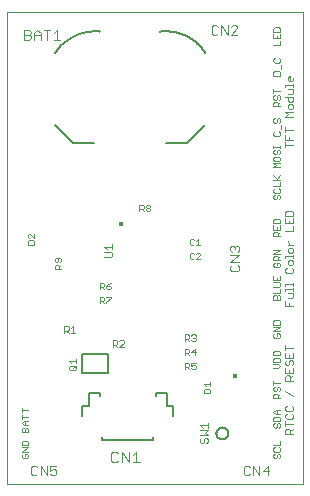
<source format=gto>
G75*
%MOIN*%
%OFA0B0*%
%FSLAX25Y25*%
%IPPOS*%
%LPD*%
%AMOC8*
5,1,8,0,0,1.08239X$1,22.5*
%
%ADD10C,0.00000*%
%ADD11C,0.00200*%
%ADD12C,0.00500*%
%ADD13C,0.00300*%
%ADD14C,0.00400*%
%ADD15R,0.01575X0.01575*%
D10*
X0037739Y0009674D02*
X0037739Y0167154D01*
X0136164Y0167154D01*
X0136164Y0009674D01*
X0037739Y0009674D01*
D11*
X0042922Y0018322D02*
X0044365Y0018322D01*
X0044725Y0018683D01*
X0044725Y0019404D01*
X0044365Y0019765D01*
X0043643Y0019765D01*
X0043643Y0019044D01*
X0042922Y0019765D02*
X0042561Y0019404D01*
X0042561Y0018683D01*
X0042922Y0018322D01*
X0042561Y0020497D02*
X0044725Y0021940D01*
X0042561Y0021940D01*
X0042561Y0022673D02*
X0042561Y0023755D01*
X0042922Y0024115D01*
X0044365Y0024115D01*
X0044725Y0023755D01*
X0044725Y0022673D01*
X0042561Y0022673D01*
X0042561Y0020497D02*
X0044725Y0020497D01*
X0044725Y0027077D02*
X0042561Y0027077D01*
X0042561Y0028159D01*
X0042922Y0028520D01*
X0043282Y0028520D01*
X0043643Y0028159D01*
X0043643Y0027077D01*
X0044725Y0027077D02*
X0044725Y0028159D01*
X0044365Y0028520D01*
X0044004Y0028520D01*
X0043643Y0028159D01*
X0043643Y0029252D02*
X0043643Y0030695D01*
X0043282Y0030695D02*
X0044725Y0030695D01*
X0043282Y0030695D02*
X0042561Y0029974D01*
X0043282Y0029252D01*
X0044725Y0029252D01*
X0042561Y0031428D02*
X0042561Y0032870D01*
X0042561Y0032149D02*
X0044725Y0032149D01*
X0044725Y0034324D02*
X0042561Y0034324D01*
X0042561Y0033603D02*
X0042561Y0035045D01*
X0058309Y0048117D02*
X0058309Y0048838D01*
X0058670Y0049199D01*
X0060113Y0049199D01*
X0060473Y0048838D01*
X0060473Y0048117D01*
X0060113Y0047756D01*
X0058670Y0047756D01*
X0058309Y0048117D01*
X0059752Y0048478D02*
X0060473Y0049199D01*
X0060473Y0049931D02*
X0060473Y0051374D01*
X0060473Y0050653D02*
X0058309Y0050653D01*
X0059031Y0049931D01*
X0058892Y0060168D02*
X0060335Y0060168D01*
X0059613Y0060168D02*
X0059613Y0062332D01*
X0058892Y0061610D01*
X0058159Y0061250D02*
X0058159Y0061971D01*
X0057799Y0062332D01*
X0056717Y0062332D01*
X0056717Y0060168D01*
X0056717Y0060889D02*
X0057799Y0060889D01*
X0058159Y0061250D01*
X0057438Y0060889D02*
X0058159Y0060168D01*
X0068528Y0070010D02*
X0068528Y0072174D01*
X0069610Y0072174D01*
X0069970Y0071814D01*
X0069970Y0071092D01*
X0069610Y0070732D01*
X0068528Y0070732D01*
X0069249Y0070732D02*
X0069970Y0070010D01*
X0070703Y0070010D02*
X0070703Y0070371D01*
X0072146Y0071814D01*
X0072146Y0072174D01*
X0070703Y0072174D01*
X0071064Y0074735D02*
X0071785Y0074735D01*
X0072146Y0075095D01*
X0072146Y0075456D01*
X0071785Y0075817D01*
X0070703Y0075817D01*
X0070703Y0075095D01*
X0071064Y0074735D01*
X0069970Y0074735D02*
X0069249Y0075456D01*
X0069610Y0075456D02*
X0068528Y0075456D01*
X0068528Y0074735D02*
X0068528Y0076899D01*
X0069610Y0076899D01*
X0069970Y0076538D01*
X0069970Y0075817D01*
X0069610Y0075456D01*
X0070703Y0075817D02*
X0071424Y0076538D01*
X0072146Y0076899D01*
X0072244Y0085345D02*
X0070076Y0085345D01*
X0070076Y0087080D02*
X0072244Y0087080D01*
X0072678Y0086647D01*
X0072678Y0085779D01*
X0072244Y0085345D01*
X0072678Y0087924D02*
X0072678Y0089658D01*
X0072678Y0088791D02*
X0070076Y0088791D01*
X0070943Y0087924D01*
X0081726Y0100719D02*
X0081726Y0102883D01*
X0082808Y0102883D01*
X0083169Y0102522D01*
X0083169Y0101801D01*
X0082808Y0101440D01*
X0081726Y0101440D01*
X0082448Y0101440D02*
X0083169Y0100719D01*
X0083902Y0101080D02*
X0083902Y0101440D01*
X0084262Y0101801D01*
X0084984Y0101801D01*
X0085344Y0101440D01*
X0085344Y0101080D01*
X0084984Y0100719D01*
X0084262Y0100719D01*
X0083902Y0101080D01*
X0084262Y0101801D02*
X0083902Y0102162D01*
X0083902Y0102522D01*
X0084262Y0102883D01*
X0084984Y0102883D01*
X0085344Y0102522D01*
X0085344Y0102162D01*
X0084984Y0101801D01*
X0098468Y0091105D02*
X0098468Y0089662D01*
X0098829Y0089302D01*
X0099551Y0089302D01*
X0099911Y0089662D01*
X0100644Y0089302D02*
X0102086Y0089302D01*
X0101365Y0089302D02*
X0101365Y0091466D01*
X0100644Y0090744D01*
X0099911Y0091105D02*
X0099551Y0091466D01*
X0098829Y0091466D01*
X0098468Y0091105D01*
X0098829Y0086741D02*
X0098468Y0086381D01*
X0098468Y0084938D01*
X0098829Y0084577D01*
X0099551Y0084577D01*
X0099911Y0084938D01*
X0100644Y0084577D02*
X0102086Y0086020D01*
X0102086Y0086381D01*
X0101726Y0086741D01*
X0101004Y0086741D01*
X0100644Y0086381D01*
X0099911Y0086381D02*
X0099551Y0086741D01*
X0098829Y0086741D01*
X0100644Y0084577D02*
X0102086Y0084577D01*
X0100131Y0059576D02*
X0100492Y0059215D01*
X0100492Y0058855D01*
X0100131Y0058494D01*
X0100492Y0058133D01*
X0100492Y0057772D01*
X0100131Y0057412D01*
X0099410Y0057412D01*
X0099049Y0057772D01*
X0098317Y0057412D02*
X0097596Y0058133D01*
X0097956Y0058133D02*
X0096874Y0058133D01*
X0096874Y0057412D02*
X0096874Y0059576D01*
X0097956Y0059576D01*
X0098317Y0059215D01*
X0098317Y0058494D01*
X0097956Y0058133D01*
X0099049Y0059215D02*
X0099410Y0059576D01*
X0100131Y0059576D01*
X0100131Y0058494D02*
X0099771Y0058494D01*
X0100131Y0054851D02*
X0099049Y0053769D01*
X0100492Y0053769D01*
X0100131Y0052687D02*
X0100131Y0054851D01*
X0098317Y0054491D02*
X0098317Y0053769D01*
X0097956Y0053409D01*
X0096874Y0053409D01*
X0097596Y0053409D02*
X0098317Y0052687D01*
X0096874Y0052687D02*
X0096874Y0054851D01*
X0097956Y0054851D01*
X0098317Y0054491D01*
X0097956Y0050127D02*
X0096874Y0050127D01*
X0096874Y0047963D01*
X0096874Y0048684D02*
X0097956Y0048684D01*
X0098317Y0049045D01*
X0098317Y0049766D01*
X0097956Y0050127D01*
X0099049Y0050127D02*
X0099049Y0049045D01*
X0099771Y0049406D01*
X0100131Y0049406D01*
X0100492Y0049045D01*
X0100492Y0048324D01*
X0100131Y0047963D01*
X0099410Y0047963D01*
X0099049Y0048324D01*
X0098317Y0047963D02*
X0097596Y0048684D01*
X0099049Y0050127D02*
X0100492Y0050127D01*
X0103191Y0042985D02*
X0105355Y0042985D01*
X0105355Y0042264D02*
X0105355Y0043707D01*
X0103912Y0042264D02*
X0103191Y0042985D01*
X0103552Y0041532D02*
X0103191Y0041171D01*
X0103191Y0040089D01*
X0105355Y0040089D01*
X0105355Y0041171D01*
X0104994Y0041532D01*
X0103552Y0041532D01*
X0126419Y0041658D02*
X0126419Y0040937D01*
X0126780Y0040576D01*
X0127141Y0040576D01*
X0127501Y0040937D01*
X0127501Y0041658D01*
X0127862Y0042019D01*
X0128223Y0042019D01*
X0128583Y0041658D01*
X0128583Y0040937D01*
X0128223Y0040576D01*
X0128583Y0039844D02*
X0127862Y0039123D01*
X0127862Y0039483D02*
X0127862Y0038401D01*
X0128583Y0038401D02*
X0126419Y0038401D01*
X0126419Y0039483D01*
X0126780Y0039844D01*
X0127501Y0039844D01*
X0127862Y0039483D01*
X0126419Y0041658D02*
X0126780Y0042019D01*
X0126419Y0042751D02*
X0126419Y0044194D01*
X0126419Y0043473D02*
X0128583Y0043473D01*
X0130356Y0044201D02*
X0130356Y0045480D01*
X0130782Y0045907D01*
X0131635Y0045907D01*
X0132061Y0045480D01*
X0132061Y0044201D01*
X0132061Y0045054D02*
X0132914Y0045907D01*
X0132914Y0046739D02*
X0132914Y0048444D01*
X0132488Y0049277D02*
X0132914Y0049703D01*
X0132914Y0050556D01*
X0132488Y0050982D01*
X0132061Y0050982D01*
X0131635Y0050556D01*
X0131635Y0049703D01*
X0131209Y0049277D01*
X0130782Y0049277D01*
X0130356Y0049703D01*
X0130356Y0050556D01*
X0130782Y0050982D01*
X0130356Y0051814D02*
X0132914Y0051814D01*
X0132914Y0053520D01*
X0131635Y0052667D02*
X0131635Y0051814D01*
X0130356Y0051814D02*
X0130356Y0053520D01*
X0130356Y0054352D02*
X0130356Y0056057D01*
X0130356Y0055204D02*
X0132914Y0055204D01*
X0128583Y0053676D02*
X0128223Y0054037D01*
X0126780Y0054037D01*
X0126419Y0053676D01*
X0126419Y0052594D01*
X0128583Y0052594D01*
X0128583Y0053676D01*
X0128223Y0051861D02*
X0126780Y0051861D01*
X0126419Y0051501D01*
X0126419Y0050419D01*
X0128583Y0050419D01*
X0128583Y0051501D01*
X0128223Y0051861D01*
X0127862Y0049686D02*
X0126419Y0049686D01*
X0126419Y0048244D02*
X0127862Y0048244D01*
X0128583Y0048965D01*
X0127862Y0049686D01*
X0130356Y0048444D02*
X0130356Y0046739D01*
X0132914Y0046739D01*
X0131635Y0046739D02*
X0131635Y0047592D01*
X0132914Y0044201D02*
X0130356Y0044201D01*
X0130356Y0040832D02*
X0132914Y0039126D01*
X0132488Y0035756D02*
X0132914Y0035330D01*
X0132914Y0034477D01*
X0132488Y0034051D01*
X0130782Y0034051D01*
X0130356Y0034477D01*
X0130356Y0035330D01*
X0130782Y0035756D01*
X0128583Y0034352D02*
X0127141Y0034352D01*
X0126419Y0033630D01*
X0127141Y0032909D01*
X0128583Y0032909D01*
X0128223Y0032176D02*
X0128583Y0031816D01*
X0128583Y0030734D01*
X0126419Y0030734D01*
X0126419Y0031816D01*
X0126780Y0032176D01*
X0128223Y0032176D01*
X0127501Y0032909D02*
X0127501Y0034352D01*
X0130356Y0032792D02*
X0130356Y0031940D01*
X0130782Y0031513D01*
X0132488Y0031513D01*
X0132914Y0031940D01*
X0132914Y0032792D01*
X0132488Y0033219D01*
X0130782Y0033219D02*
X0130356Y0032792D01*
X0130356Y0030681D02*
X0130356Y0028976D01*
X0130356Y0029828D02*
X0132914Y0029828D01*
X0132914Y0028144D02*
X0132061Y0027291D01*
X0132061Y0027717D02*
X0132061Y0026438D01*
X0132914Y0026438D02*
X0130356Y0026438D01*
X0130356Y0027717D01*
X0130782Y0028144D01*
X0131635Y0028144D01*
X0132061Y0027717D01*
X0128583Y0028919D02*
X0128223Y0028559D01*
X0128583Y0028919D02*
X0128583Y0029641D01*
X0128223Y0030001D01*
X0127862Y0030001D01*
X0127501Y0029641D01*
X0127501Y0028919D01*
X0127141Y0028559D01*
X0126780Y0028559D01*
X0126419Y0028919D01*
X0126419Y0029641D01*
X0126780Y0030001D01*
X0128583Y0024115D02*
X0128583Y0022673D01*
X0126419Y0022673D01*
X0126780Y0021940D02*
X0126419Y0021580D01*
X0126419Y0020858D01*
X0126780Y0020498D01*
X0128223Y0020498D01*
X0128583Y0020858D01*
X0128583Y0021580D01*
X0128223Y0021940D01*
X0128223Y0019765D02*
X0128583Y0019404D01*
X0128583Y0018683D01*
X0128223Y0018322D01*
X0127501Y0018683D02*
X0127501Y0019404D01*
X0127862Y0019765D01*
X0128223Y0019765D01*
X0127501Y0018683D02*
X0127141Y0018322D01*
X0126780Y0018322D01*
X0126419Y0018683D01*
X0126419Y0019404D01*
X0126780Y0019765D01*
X0126780Y0058480D02*
X0128223Y0058480D01*
X0128583Y0058841D01*
X0128583Y0059562D01*
X0128223Y0059923D01*
X0127501Y0059923D01*
X0127501Y0059201D01*
X0126780Y0058480D02*
X0126419Y0058841D01*
X0126419Y0059562D01*
X0126780Y0059923D01*
X0126419Y0060655D02*
X0128583Y0062098D01*
X0126419Y0062098D01*
X0126419Y0062830D02*
X0126419Y0063912D01*
X0126780Y0064273D01*
X0128223Y0064273D01*
X0128583Y0063912D01*
X0128583Y0062830D01*
X0126419Y0062830D01*
X0126419Y0060655D02*
X0128583Y0060655D01*
X0130356Y0069082D02*
X0130356Y0070787D01*
X0131209Y0071619D02*
X0132488Y0071619D01*
X0132914Y0072046D01*
X0132914Y0073325D01*
X0131209Y0073325D01*
X0130356Y0074157D02*
X0130356Y0074583D01*
X0132914Y0074583D01*
X0132914Y0074157D02*
X0132914Y0075010D01*
X0132914Y0075849D02*
X0132914Y0076701D01*
X0132914Y0076275D02*
X0130356Y0076275D01*
X0130356Y0075849D01*
X0128583Y0075883D02*
X0128583Y0076604D01*
X0128223Y0076965D01*
X0126419Y0076965D01*
X0126419Y0077697D02*
X0128583Y0077697D01*
X0128583Y0079140D01*
X0127501Y0078418D02*
X0127501Y0077697D01*
X0126419Y0077697D02*
X0126419Y0079140D01*
X0126780Y0082102D02*
X0128223Y0082102D01*
X0128583Y0082463D01*
X0128583Y0083184D01*
X0128223Y0083545D01*
X0127501Y0083545D01*
X0127501Y0082823D01*
X0126780Y0082102D02*
X0126419Y0082463D01*
X0126419Y0083184D01*
X0126780Y0083545D01*
X0126419Y0084277D02*
X0126419Y0085359D01*
X0126780Y0085720D01*
X0127501Y0085720D01*
X0127862Y0085359D01*
X0127862Y0084277D01*
X0127862Y0084998D02*
X0128583Y0085720D01*
X0128583Y0086452D02*
X0126419Y0086452D01*
X0128583Y0087895D01*
X0126419Y0087895D01*
X0126419Y0084277D02*
X0128583Y0084277D01*
X0130356Y0085153D02*
X0130356Y0085579D01*
X0132914Y0085579D01*
X0132914Y0085153D02*
X0132914Y0086006D01*
X0132488Y0086845D02*
X0132914Y0087271D01*
X0132914Y0088124D01*
X0132488Y0088550D01*
X0131635Y0088550D01*
X0131209Y0088124D01*
X0131209Y0087271D01*
X0131635Y0086845D01*
X0132488Y0086845D01*
X0132914Y0089382D02*
X0131209Y0089382D01*
X0132061Y0089382D02*
X0131209Y0090235D01*
X0131209Y0090661D01*
X0128583Y0092338D02*
X0126419Y0092338D01*
X0126419Y0093420D01*
X0126780Y0093781D01*
X0127501Y0093781D01*
X0127862Y0093420D01*
X0127862Y0092338D01*
X0127862Y0093060D02*
X0128583Y0093781D01*
X0128583Y0094513D02*
X0128583Y0095956D01*
X0128583Y0096688D02*
X0128583Y0097770D01*
X0128223Y0098131D01*
X0126780Y0098131D01*
X0126419Y0097770D01*
X0126419Y0096688D01*
X0128583Y0096688D01*
X0130356Y0096572D02*
X0130356Y0098278D01*
X0130356Y0099110D02*
X0130356Y0100389D01*
X0130782Y0100815D01*
X0132488Y0100815D01*
X0132914Y0100389D01*
X0132914Y0099110D01*
X0130356Y0099110D01*
X0131635Y0097425D02*
X0131635Y0096572D01*
X0130356Y0096572D02*
X0132914Y0096572D01*
X0132914Y0098278D01*
X0132914Y0095740D02*
X0132914Y0094035D01*
X0130356Y0094035D01*
X0128583Y0094513D02*
X0126419Y0094513D01*
X0126419Y0095956D01*
X0127501Y0095235D02*
X0127501Y0094513D01*
X0127141Y0104636D02*
X0126780Y0104636D01*
X0126419Y0104997D01*
X0126419Y0105718D01*
X0126780Y0106079D01*
X0126780Y0106812D02*
X0128223Y0106812D01*
X0128583Y0107172D01*
X0128583Y0107894D01*
X0128223Y0108254D01*
X0128583Y0108987D02*
X0126419Y0108987D01*
X0126780Y0108254D02*
X0126419Y0107894D01*
X0126419Y0107172D01*
X0126780Y0106812D01*
X0127862Y0106079D02*
X0128223Y0106079D01*
X0128583Y0105718D01*
X0128583Y0104997D01*
X0128223Y0104636D01*
X0127501Y0104997D02*
X0127501Y0105718D01*
X0127862Y0106079D01*
X0127501Y0104997D02*
X0127141Y0104636D01*
X0128583Y0108987D02*
X0128583Y0110429D01*
X0128583Y0111162D02*
X0126419Y0111162D01*
X0127501Y0111522D02*
X0128583Y0112604D01*
X0127862Y0111162D02*
X0126419Y0112604D01*
X0126419Y0115235D02*
X0127141Y0115957D01*
X0126419Y0116678D01*
X0128583Y0116678D01*
X0128223Y0117410D02*
X0128583Y0117771D01*
X0128583Y0118492D01*
X0128223Y0118853D01*
X0126780Y0118853D01*
X0126419Y0118492D01*
X0126419Y0117771D01*
X0126780Y0117410D01*
X0128223Y0117410D01*
X0128223Y0119585D02*
X0128583Y0119946D01*
X0128583Y0120667D01*
X0128223Y0121028D01*
X0127862Y0121028D01*
X0127501Y0120667D01*
X0127501Y0119946D01*
X0127141Y0119585D01*
X0126780Y0119585D01*
X0126419Y0119946D01*
X0126419Y0120667D01*
X0126780Y0121028D01*
X0126419Y0121760D02*
X0126419Y0122482D01*
X0126419Y0122121D02*
X0128583Y0122121D01*
X0128583Y0121760D02*
X0128583Y0122482D01*
X0130356Y0122771D02*
X0132914Y0122771D01*
X0132914Y0124456D02*
X0130356Y0124456D01*
X0130356Y0126161D01*
X0130356Y0126994D02*
X0130356Y0128699D01*
X0130356Y0127846D02*
X0132914Y0127846D01*
X0131635Y0125309D02*
X0131635Y0124456D01*
X0130356Y0123624D02*
X0130356Y0121918D01*
X0128223Y0125803D02*
X0126780Y0125803D01*
X0126419Y0126163D01*
X0126419Y0126885D01*
X0126780Y0127245D01*
X0128223Y0127245D02*
X0128583Y0126885D01*
X0128583Y0126163D01*
X0128223Y0125803D01*
X0128944Y0127978D02*
X0128944Y0129421D01*
X0128223Y0130153D02*
X0128583Y0130514D01*
X0128583Y0131235D01*
X0128223Y0131596D01*
X0127862Y0131596D01*
X0127501Y0131235D01*
X0127501Y0130514D01*
X0127141Y0130153D01*
X0126780Y0130153D01*
X0126419Y0130514D01*
X0126419Y0131235D01*
X0126780Y0131596D01*
X0126419Y0135645D02*
X0126419Y0136727D01*
X0126780Y0137088D01*
X0127501Y0137088D01*
X0127862Y0136727D01*
X0127862Y0135645D01*
X0128583Y0135645D02*
X0126419Y0135645D01*
X0127862Y0136367D02*
X0128583Y0137088D01*
X0128223Y0137820D02*
X0128583Y0138181D01*
X0128583Y0138902D01*
X0128223Y0139263D01*
X0127862Y0139263D01*
X0127501Y0138902D01*
X0127501Y0138181D01*
X0127141Y0137820D01*
X0126780Y0137820D01*
X0126419Y0138181D01*
X0126419Y0138902D01*
X0126780Y0139263D01*
X0126419Y0139995D02*
X0126419Y0141438D01*
X0126419Y0140717D02*
X0128583Y0140717D01*
X0130356Y0142219D02*
X0130356Y0142646D01*
X0132914Y0142646D01*
X0132914Y0143072D02*
X0132914Y0142219D01*
X0132914Y0141387D02*
X0131209Y0141387D01*
X0131209Y0139682D02*
X0132488Y0139682D01*
X0132914Y0140108D01*
X0132914Y0141387D01*
X0132914Y0138849D02*
X0132914Y0137570D01*
X0132488Y0137144D01*
X0131635Y0137144D01*
X0131209Y0137570D01*
X0131209Y0138849D01*
X0130356Y0138849D02*
X0132914Y0138849D01*
X0132488Y0136312D02*
X0131635Y0136312D01*
X0131209Y0135885D01*
X0131209Y0135033D01*
X0131635Y0134606D01*
X0132488Y0134606D01*
X0132914Y0135033D01*
X0132914Y0135885D01*
X0132488Y0136312D01*
X0132914Y0133774D02*
X0130356Y0133774D01*
X0131209Y0132921D01*
X0130356Y0132069D01*
X0132914Y0132069D01*
X0132488Y0143911D02*
X0131635Y0143911D01*
X0131209Y0144337D01*
X0131209Y0145190D01*
X0131635Y0145616D01*
X0132061Y0145616D01*
X0132061Y0143911D01*
X0132488Y0143911D02*
X0132914Y0144337D01*
X0132914Y0145190D01*
X0128583Y0145881D02*
X0128583Y0146963D01*
X0128223Y0147324D01*
X0126780Y0147324D01*
X0126419Y0146963D01*
X0126419Y0145881D01*
X0128583Y0145881D01*
X0128944Y0148057D02*
X0128944Y0149499D01*
X0128223Y0150232D02*
X0128583Y0150592D01*
X0128583Y0151314D01*
X0128223Y0151674D01*
X0128223Y0150232D02*
X0126780Y0150232D01*
X0126419Y0150592D01*
X0126419Y0151314D01*
X0126780Y0151674D01*
X0126419Y0156118D02*
X0128583Y0156118D01*
X0128583Y0157560D01*
X0128583Y0158293D02*
X0128583Y0159735D01*
X0128583Y0160468D02*
X0128583Y0161550D01*
X0128223Y0161911D01*
X0126780Y0161911D01*
X0126419Y0161550D01*
X0126419Y0160468D01*
X0128583Y0160468D01*
X0127501Y0159014D02*
X0127501Y0158293D01*
X0126419Y0158293D02*
X0126419Y0159735D01*
X0126419Y0158293D02*
X0128583Y0158293D01*
X0128583Y0115235D02*
X0126419Y0115235D01*
X0131635Y0084321D02*
X0131209Y0083895D01*
X0131209Y0083042D01*
X0131635Y0082615D01*
X0132488Y0082615D01*
X0132914Y0083042D01*
X0132914Y0083895D01*
X0132488Y0084321D01*
X0131635Y0084321D01*
X0130782Y0081783D02*
X0130356Y0081357D01*
X0130356Y0080504D01*
X0130782Y0080078D01*
X0132488Y0080078D01*
X0132914Y0080504D01*
X0132914Y0081357D01*
X0132488Y0081783D01*
X0128583Y0075883D02*
X0128223Y0075522D01*
X0126419Y0075522D01*
X0126419Y0073347D02*
X0128583Y0073347D01*
X0128583Y0074790D01*
X0128223Y0072615D02*
X0128583Y0072254D01*
X0128583Y0071172D01*
X0126419Y0071172D01*
X0126419Y0072254D01*
X0126780Y0072615D01*
X0127141Y0072615D01*
X0127501Y0072254D01*
X0127501Y0071172D01*
X0127501Y0072254D02*
X0127862Y0072615D01*
X0128223Y0072615D01*
X0130356Y0069082D02*
X0132914Y0069082D01*
X0131635Y0069082D02*
X0131635Y0069934D01*
X0076496Y0057247D02*
X0076135Y0057607D01*
X0075414Y0057607D01*
X0075053Y0057247D01*
X0074321Y0057247D02*
X0074321Y0056525D01*
X0073960Y0056165D01*
X0072878Y0056165D01*
X0073599Y0056165D02*
X0074321Y0055443D01*
X0075053Y0055443D02*
X0076496Y0056886D01*
X0076496Y0057247D01*
X0076496Y0055443D02*
X0075053Y0055443D01*
X0074321Y0057247D02*
X0073960Y0057607D01*
X0072878Y0057607D01*
X0072878Y0055443D01*
X0055749Y0081408D02*
X0053585Y0081408D01*
X0053585Y0082490D01*
X0053945Y0082851D01*
X0054667Y0082851D01*
X0055027Y0082490D01*
X0055027Y0081408D01*
X0055027Y0082129D02*
X0055749Y0082851D01*
X0055388Y0083583D02*
X0055749Y0083944D01*
X0055749Y0084665D01*
X0055388Y0085026D01*
X0053945Y0085026D01*
X0053585Y0084665D01*
X0053585Y0083944D01*
X0053945Y0083583D01*
X0054306Y0083583D01*
X0054667Y0083944D01*
X0054667Y0085026D01*
X0046694Y0089489D02*
X0046694Y0090571D01*
X0046333Y0090931D01*
X0044890Y0090931D01*
X0044530Y0090571D01*
X0044530Y0089489D01*
X0046694Y0089489D01*
X0046694Y0091664D02*
X0045251Y0093106D01*
X0044890Y0093106D01*
X0044530Y0092746D01*
X0044530Y0092024D01*
X0044890Y0091664D01*
X0046694Y0091664D02*
X0046694Y0093106D01*
D12*
X0059683Y0123564D02*
X0066683Y0123564D01*
X0059683Y0123564D02*
X0053683Y0129564D01*
X0053683Y0153564D02*
X0053910Y0153887D01*
X0054145Y0154204D01*
X0054387Y0154516D01*
X0054637Y0154821D01*
X0054894Y0155121D01*
X0055158Y0155414D01*
X0055430Y0155701D01*
X0055708Y0155981D01*
X0055993Y0156254D01*
X0056284Y0156520D01*
X0056582Y0156779D01*
X0056886Y0157030D01*
X0057196Y0157275D01*
X0057512Y0157511D01*
X0057834Y0157740D01*
X0058161Y0157961D01*
X0058493Y0158174D01*
X0058830Y0158379D01*
X0059173Y0158576D01*
X0059519Y0158764D01*
X0059871Y0158944D01*
X0060226Y0159115D01*
X0060586Y0159278D01*
X0060949Y0159431D01*
X0061317Y0159576D01*
X0061687Y0159712D01*
X0062061Y0159839D01*
X0062438Y0159957D01*
X0062817Y0160066D01*
X0063199Y0160165D01*
X0063583Y0160255D01*
X0063970Y0160336D01*
X0064358Y0160407D01*
X0064747Y0160469D01*
X0065139Y0160522D01*
X0065531Y0160565D01*
X0065924Y0160598D01*
X0066318Y0160622D01*
X0066713Y0160636D01*
X0067107Y0160641D01*
X0067502Y0160636D01*
X0067896Y0160622D01*
X0068290Y0160598D01*
X0068684Y0160564D01*
X0088683Y0160564D02*
X0089077Y0160598D01*
X0089471Y0160622D01*
X0089865Y0160636D01*
X0090260Y0160641D01*
X0090654Y0160636D01*
X0091049Y0160622D01*
X0091443Y0160598D01*
X0091836Y0160565D01*
X0092228Y0160522D01*
X0092620Y0160469D01*
X0093009Y0160407D01*
X0093397Y0160336D01*
X0093784Y0160255D01*
X0094168Y0160165D01*
X0094550Y0160066D01*
X0094929Y0159957D01*
X0095306Y0159839D01*
X0095680Y0159712D01*
X0096050Y0159576D01*
X0096418Y0159431D01*
X0096781Y0159278D01*
X0097141Y0159115D01*
X0097496Y0158944D01*
X0097848Y0158764D01*
X0098194Y0158576D01*
X0098537Y0158379D01*
X0098874Y0158174D01*
X0099206Y0157961D01*
X0099533Y0157740D01*
X0099855Y0157511D01*
X0100171Y0157275D01*
X0100481Y0157030D01*
X0100785Y0156779D01*
X0101083Y0156520D01*
X0101374Y0156254D01*
X0101659Y0155981D01*
X0101937Y0155701D01*
X0102209Y0155414D01*
X0102473Y0155121D01*
X0102730Y0154821D01*
X0102980Y0154516D01*
X0103222Y0154204D01*
X0103457Y0153887D01*
X0103684Y0153564D01*
X0103683Y0129564D02*
X0097683Y0123564D01*
X0090683Y0123564D01*
X0071203Y0052981D02*
X0062542Y0052981D01*
X0062542Y0046682D01*
X0071203Y0046682D01*
X0071203Y0052981D01*
X0068644Y0039989D02*
X0064904Y0039989D01*
X0064904Y0035658D01*
X0062739Y0035658D01*
X0062739Y0032509D01*
X0068644Y0039202D02*
X0068644Y0039989D01*
X0069431Y0025422D02*
X0069431Y0024241D01*
X0086361Y0024241D01*
X0086361Y0025422D01*
X0093054Y0032509D02*
X0093054Y0035658D01*
X0090888Y0035658D01*
X0090888Y0039989D01*
X0087148Y0039989D01*
X0087148Y0039202D01*
X0107423Y0026603D02*
X0107425Y0026691D01*
X0107431Y0026779D01*
X0107441Y0026867D01*
X0107455Y0026955D01*
X0107472Y0027041D01*
X0107494Y0027127D01*
X0107519Y0027211D01*
X0107549Y0027295D01*
X0107581Y0027377D01*
X0107618Y0027457D01*
X0107658Y0027536D01*
X0107702Y0027613D01*
X0107749Y0027688D01*
X0107799Y0027760D01*
X0107853Y0027831D01*
X0107909Y0027898D01*
X0107969Y0027964D01*
X0108031Y0028026D01*
X0108097Y0028086D01*
X0108164Y0028142D01*
X0108235Y0028196D01*
X0108307Y0028246D01*
X0108382Y0028293D01*
X0108459Y0028337D01*
X0108538Y0028377D01*
X0108618Y0028414D01*
X0108700Y0028446D01*
X0108784Y0028476D01*
X0108868Y0028501D01*
X0108954Y0028523D01*
X0109040Y0028540D01*
X0109128Y0028554D01*
X0109216Y0028564D01*
X0109304Y0028570D01*
X0109392Y0028572D01*
X0109480Y0028570D01*
X0109568Y0028564D01*
X0109656Y0028554D01*
X0109744Y0028540D01*
X0109830Y0028523D01*
X0109916Y0028501D01*
X0110000Y0028476D01*
X0110084Y0028446D01*
X0110166Y0028414D01*
X0110246Y0028377D01*
X0110325Y0028337D01*
X0110402Y0028293D01*
X0110477Y0028246D01*
X0110549Y0028196D01*
X0110620Y0028142D01*
X0110687Y0028086D01*
X0110753Y0028026D01*
X0110815Y0027964D01*
X0110875Y0027898D01*
X0110931Y0027831D01*
X0110985Y0027760D01*
X0111035Y0027688D01*
X0111082Y0027613D01*
X0111126Y0027536D01*
X0111166Y0027457D01*
X0111203Y0027377D01*
X0111235Y0027295D01*
X0111265Y0027211D01*
X0111290Y0027127D01*
X0111312Y0027041D01*
X0111329Y0026955D01*
X0111343Y0026867D01*
X0111353Y0026779D01*
X0111359Y0026691D01*
X0111361Y0026603D01*
X0111359Y0026515D01*
X0111353Y0026427D01*
X0111343Y0026339D01*
X0111329Y0026251D01*
X0111312Y0026165D01*
X0111290Y0026079D01*
X0111265Y0025995D01*
X0111235Y0025911D01*
X0111203Y0025829D01*
X0111166Y0025749D01*
X0111126Y0025670D01*
X0111082Y0025593D01*
X0111035Y0025518D01*
X0110985Y0025446D01*
X0110931Y0025375D01*
X0110875Y0025308D01*
X0110815Y0025242D01*
X0110753Y0025180D01*
X0110687Y0025120D01*
X0110620Y0025064D01*
X0110549Y0025010D01*
X0110477Y0024960D01*
X0110402Y0024913D01*
X0110325Y0024869D01*
X0110246Y0024829D01*
X0110166Y0024792D01*
X0110084Y0024760D01*
X0110000Y0024730D01*
X0109916Y0024705D01*
X0109830Y0024683D01*
X0109744Y0024666D01*
X0109656Y0024652D01*
X0109568Y0024642D01*
X0109480Y0024636D01*
X0109392Y0024634D01*
X0109304Y0024636D01*
X0109216Y0024642D01*
X0109128Y0024652D01*
X0109040Y0024666D01*
X0108954Y0024683D01*
X0108868Y0024705D01*
X0108784Y0024730D01*
X0108700Y0024760D01*
X0108618Y0024792D01*
X0108538Y0024829D01*
X0108459Y0024869D01*
X0108382Y0024913D01*
X0108307Y0024960D01*
X0108235Y0025010D01*
X0108164Y0025064D01*
X0108097Y0025120D01*
X0108031Y0025180D01*
X0107969Y0025242D01*
X0107909Y0025308D01*
X0107853Y0025375D01*
X0107799Y0025446D01*
X0107749Y0025518D01*
X0107702Y0025593D01*
X0107658Y0025670D01*
X0107618Y0025749D01*
X0107581Y0025829D01*
X0107549Y0025911D01*
X0107519Y0025995D01*
X0107494Y0026079D01*
X0107472Y0026165D01*
X0107455Y0026251D01*
X0107441Y0026339D01*
X0107431Y0026427D01*
X0107425Y0026515D01*
X0107423Y0026603D01*
D13*
X0104481Y0025982D02*
X0103647Y0026816D01*
X0104481Y0027651D01*
X0101979Y0027651D01*
X0102813Y0028561D02*
X0101979Y0029395D01*
X0104481Y0029395D01*
X0104481Y0028561D02*
X0104481Y0030229D01*
X0104481Y0025982D02*
X0101979Y0025982D01*
X0102396Y0025072D02*
X0101979Y0024655D01*
X0101979Y0023821D01*
X0102396Y0023404D01*
X0102813Y0023404D01*
X0103230Y0023821D01*
X0103230Y0024655D01*
X0103647Y0025072D01*
X0104064Y0025072D01*
X0104481Y0024655D01*
X0104481Y0023821D01*
X0104064Y0023404D01*
X0081966Y0016911D02*
X0079539Y0016911D01*
X0078341Y0016911D02*
X0078341Y0020551D01*
X0079539Y0019337D02*
X0080752Y0020551D01*
X0080752Y0016911D01*
X0078341Y0016911D02*
X0075914Y0020551D01*
X0075914Y0016911D01*
X0074715Y0017517D02*
X0074109Y0016911D01*
X0072895Y0016911D01*
X0072289Y0017517D01*
X0072289Y0019944D01*
X0072895Y0020551D01*
X0074109Y0020551D01*
X0074715Y0019944D01*
X0055352Y0157856D02*
X0053188Y0157856D01*
X0054270Y0157856D02*
X0054270Y0161102D01*
X0053188Y0160020D01*
X0052090Y0161102D02*
X0049926Y0161102D01*
X0051008Y0161102D02*
X0051008Y0157856D01*
X0048827Y0157856D02*
X0048827Y0160020D01*
X0047745Y0161102D01*
X0046663Y0160020D01*
X0046663Y0157856D01*
X0045564Y0158397D02*
X0045023Y0157856D01*
X0043400Y0157856D01*
X0043400Y0161102D01*
X0045023Y0161102D01*
X0045564Y0160561D01*
X0045564Y0160020D01*
X0045023Y0159479D01*
X0043400Y0159479D01*
X0045023Y0159479D02*
X0045564Y0158938D01*
X0045564Y0158397D01*
X0046663Y0159479D02*
X0048827Y0159479D01*
D14*
X0105829Y0160041D02*
X0106346Y0159524D01*
X0107381Y0159524D01*
X0107898Y0160041D01*
X0109052Y0159524D02*
X0109052Y0162626D01*
X0111121Y0159524D01*
X0111121Y0162626D01*
X0112275Y0162109D02*
X0112792Y0162626D01*
X0113826Y0162626D01*
X0114343Y0162109D01*
X0114343Y0161592D01*
X0112275Y0159524D01*
X0114343Y0159524D01*
X0107898Y0162109D02*
X0107381Y0162626D01*
X0106346Y0162626D01*
X0105829Y0162109D01*
X0105829Y0160041D01*
X0112512Y0089144D02*
X0111995Y0088627D01*
X0111995Y0087593D01*
X0112512Y0087076D01*
X0111995Y0085922D02*
X0115098Y0085922D01*
X0111995Y0083853D01*
X0115098Y0083853D01*
X0114581Y0082699D02*
X0115098Y0082182D01*
X0115098Y0081148D01*
X0114581Y0080630D01*
X0112512Y0080630D01*
X0111995Y0081148D01*
X0111995Y0082182D01*
X0112512Y0082699D01*
X0114581Y0087076D02*
X0115098Y0087593D01*
X0115098Y0088627D01*
X0114581Y0089144D01*
X0114063Y0089144D01*
X0113546Y0088627D01*
X0113546Y0088110D01*
X0113546Y0088627D02*
X0113029Y0089144D01*
X0112512Y0089144D01*
X0116976Y0015776D02*
X0116459Y0015259D01*
X0116459Y0013190D01*
X0116976Y0012673D01*
X0118011Y0012673D01*
X0118528Y0013190D01*
X0119682Y0012673D02*
X0119682Y0015776D01*
X0121750Y0012673D01*
X0121750Y0015776D01*
X0122905Y0014225D02*
X0124973Y0014225D01*
X0124456Y0015776D02*
X0124456Y0012673D01*
X0122905Y0014225D02*
X0124456Y0015776D01*
X0118528Y0015259D02*
X0118011Y0015776D01*
X0116976Y0015776D01*
X0054107Y0015776D02*
X0052039Y0015776D01*
X0052039Y0014225D01*
X0053073Y0014742D01*
X0053590Y0014742D01*
X0054107Y0014225D01*
X0054107Y0013190D01*
X0053590Y0012673D01*
X0052556Y0012673D01*
X0052039Y0013190D01*
X0050884Y0012673D02*
X0050884Y0015776D01*
X0048816Y0015776D02*
X0050884Y0012673D01*
X0048816Y0012673D02*
X0048816Y0015776D01*
X0047662Y0015259D02*
X0047144Y0015776D01*
X0046110Y0015776D01*
X0045593Y0015259D01*
X0045593Y0013190D01*
X0046110Y0012673D01*
X0047144Y0012673D01*
X0047662Y0013190D01*
D15*
X0075534Y0096485D03*
X0113723Y0045894D03*
M02*

</source>
